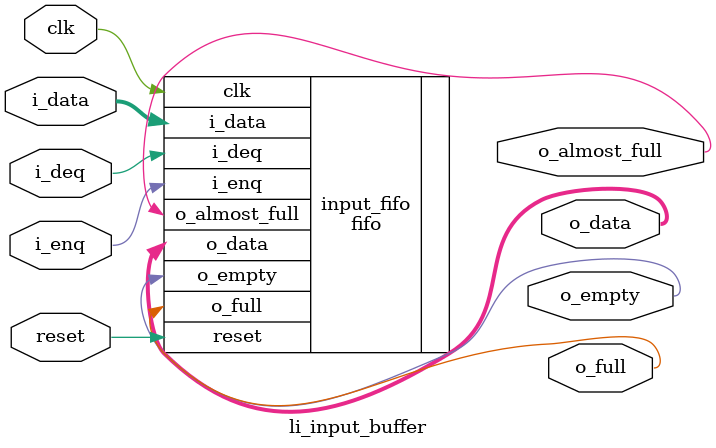
<source format=sv>
module li_input_buffer #(
	parameter WIDTH = 6,
	parameter ADDR = 2,
	parameter FIFO_ALMOST_FULL = 0,
	parameter FIFO_TYPE = "fifo_almost_full_megafunction"
) (
	input clk,
	input reset,
	
	//input i_bypass,
	
	input [WIDTH-1:0] i_data,
	output [WIDTH-1:0] o_data,
	
	input i_enq,
	input i_deq,
	
	output o_full,
	output o_almost_full,
	output o_empty
);

	//wire [WIDTH-1:0] w_fifo_data_out;

	fifo #(
		.WIDTH(WIDTH),
		.ADDR(ADDR),
		.FIFO_ALMOST_FULL(FIFO_ALMOST_FULL),
		.TYPE(FIFO_TYPE)
	) input_fifo (
		.clk(clk),
		.reset(reset),
		.i_data(i_data),
		.o_data(o_data), // w_fifo_data_out for bypass
		
		.i_enq(i_enq),
		.i_deq(i_deq),
		
		.o_full(o_full),
		.o_almost_full(o_almost_full),
		.o_empty(o_empty)
	);

	//assign o_data = (i_bypass) ? i_data : w_fifo_data_out;
endmodule

</source>
